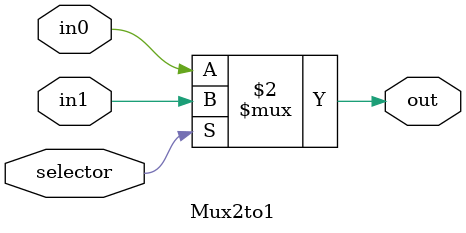
<source format=v>

module Mux2to1(
	input in0, in1,
	input selector,
	output out
);
	assign out = ~selector ? in0 : in1;
endmodule
</source>
